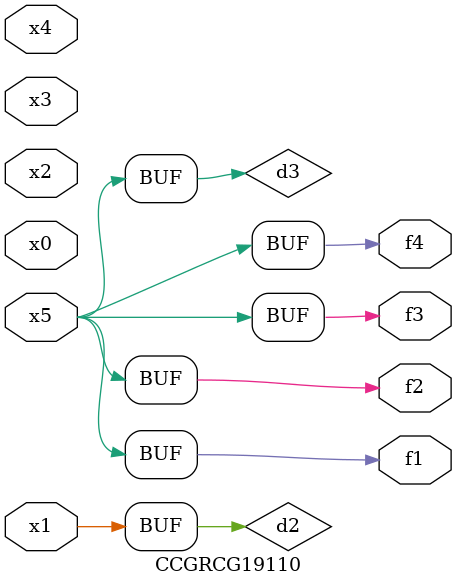
<source format=v>
module CCGRCG19110(
	input x0, x1, x2, x3, x4, x5,
	output f1, f2, f3, f4
);

	wire d1, d2, d3;

	not (d1, x5);
	or (d2, x1);
	xnor (d3, d1);
	assign f1 = d3;
	assign f2 = d3;
	assign f3 = d3;
	assign f4 = d3;
endmodule

</source>
